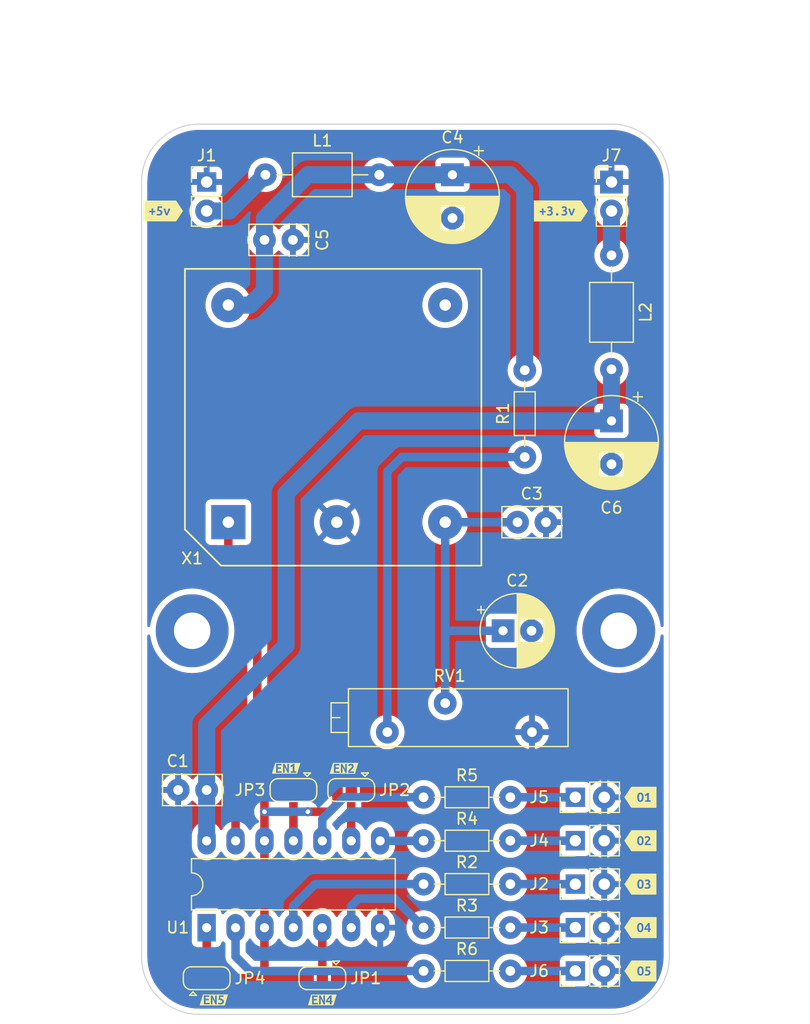
<source format=kicad_pcb>
(kicad_pcb (version 20211014) (generator pcbnew)

  (general
    (thickness 1.6)
  )

  (paper "A4")
  (title_block
    (comment 4 "AISLER Project ID: PDHMGPDU")
  )

  (layers
    (0 "F.Cu" signal)
    (31 "B.Cu" signal)
    (32 "B.Adhes" user "B.Adhesive")
    (33 "F.Adhes" user "F.Adhesive")
    (34 "B.Paste" user)
    (35 "F.Paste" user)
    (36 "B.SilkS" user "B.Silkscreen")
    (37 "F.SilkS" user "F.Silkscreen")
    (38 "B.Mask" user)
    (39 "F.Mask" user)
    (40 "Dwgs.User" user "User.Drawings")
    (41 "Cmts.User" user "User.Comments")
    (42 "Eco1.User" user "User.Eco1")
    (43 "Eco2.User" user "User.Eco2")
    (44 "Edge.Cuts" user)
    (45 "Margin" user)
    (46 "B.CrtYd" user "B.Courtyard")
    (47 "F.CrtYd" user "F.Courtyard")
    (48 "B.Fab" user)
    (49 "F.Fab" user)
    (50 "User.1" user)
    (51 "User.2" user)
    (52 "User.3" user)
    (53 "User.4" user)
    (54 "User.5" user)
    (55 "User.6" user)
    (56 "User.7" user)
    (57 "User.8" user)
    (58 "User.9" user)
  )

  (setup
    (stackup
      (layer "F.SilkS" (type "Top Silk Screen"))
      (layer "F.Paste" (type "Top Solder Paste"))
      (layer "F.Mask" (type "Top Solder Mask") (thickness 0.01))
      (layer "F.Cu" (type "copper") (thickness 0.035))
      (layer "dielectric 1" (type "core") (thickness 1.51) (material "FR4") (epsilon_r 4.5) (loss_tangent 0.02))
      (layer "B.Cu" (type "copper") (thickness 0.035))
      (layer "B.Mask" (type "Bottom Solder Mask") (thickness 0.01))
      (layer "B.Paste" (type "Bottom Solder Paste"))
      (layer "B.SilkS" (type "Bottom Silk Screen"))
      (copper_finish "None")
      (dielectric_constraints no)
    )
    (pad_to_mask_clearance 0)
    (pcbplotparams
      (layerselection 0x00010fc_ffffffff)
      (disableapertmacros false)
      (usegerberextensions false)
      (usegerberattributes true)
      (usegerberadvancedattributes true)
      (creategerberjobfile true)
      (svguseinch false)
      (svgprecision 6)
      (excludeedgelayer true)
      (plotframeref false)
      (viasonmask false)
      (mode 1)
      (useauxorigin false)
      (hpglpennumber 1)
      (hpglpenspeed 20)
      (hpglpendiameter 15.000000)
      (dxfpolygonmode true)
      (dxfimperialunits true)
      (dxfusepcbnewfont true)
      (psnegative false)
      (psa4output false)
      (plotreference true)
      (plotvalue true)
      (plotinvisibletext false)
      (sketchpadsonfab false)
      (subtractmaskfromsilk false)
      (outputformat 1)
      (mirror false)
      (drillshape 1)
      (scaleselection 1)
      (outputdirectory "")
    )
  )

  (net 0 "")
  (net 1 "+5V")
  (net 2 "GND")
  (net 3 "Net-(C2-Pad1)")
  (net 4 "Net-(J1-Pad2)")
  (net 5 "Net-(J2-Pad1)")
  (net 6 "Net-(J3-Pad1)")
  (net 7 "Net-(J4-Pad1)")
  (net 8 "Net-(J5-Pad1)")
  (net 9 "Net-(JP1-Pad2)")
  (net 10 "Net-(JP1-Pad3)")
  (net 11 "Net-(JP2-Pad2)")
  (net 12 "Net-(JP3-Pad2)")
  (net 13 "Net-(R1-Pad2)")
  (net 14 "Net-(R2-Pad1)")
  (net 15 "Net-(R3-Pad1)")
  (net 16 "Net-(R4-Pad1)")
  (net 17 "Net-(R5-Pad1)")
  (net 18 "+3V3")
  (net 19 "unconnected-(X1-Pad4)")
  (net 20 "Net-(J6-Pad1)")
  (net 21 "Net-(JP4-Pad2)")
  (net 22 "Net-(R6-Pad1)")
  (net 23 "Net-(J7-Pad2)")
  (net 24 "Net-(U1-Pad13)")

  (footprint "kibuzzard-62964395" (layer "F.Cu") (at 123.825 146.685))

  (footprint "Capacitor_THT:C_Disc_D5.0mm_W2.5mm_P2.50mm" (layer "F.Cu") (at 118.745 80.01))

  (footprint "Inductor_THT:L_Axial_L5.0mm_D3.6mm_P10.00mm_Horizontal_Murata_BL01RN1A2A2" (layer "F.Cu") (at 118.825 74.295))

  (footprint "Resistor_THT:R_Axial_DIN0204_L3.6mm_D1.6mm_P7.62mm_Horizontal" (layer "F.Cu") (at 132.72 128.905))

  (footprint "Resistor_THT:R_Axial_DIN0204_L3.6mm_D1.6mm_P7.62mm_Horizontal" (layer "F.Cu") (at 132.72 144.145))

  (footprint "Potentiometer_THT:Potentiometer_Bourns_3006P_Horizontal" (layer "F.Cu") (at 142.24 123.19))

  (footprint "Connector_PinHeader_2.54mm:PinHeader_1x02_P2.54mm_Vertical" (layer "F.Cu") (at 146.05 128.905 90))

  (footprint "Jumper:SolderJumper-3_P1.3mm_Open_RoundedPad1.0x1.5mm" (layer "F.Cu") (at 121.29 128.27 180))

  (footprint "kibuzzard-6296411A" (layer "F.Cu") (at 151.765 128.905))

  (footprint "kibuzzard-62964145" (layer "F.Cu") (at 151.765 144.145))

  (footprint "kibuzzard-62964377" (layer "F.Cu") (at 120.65 126.365))

  (footprint "Connector_PinHeader_2.54mm:PinHeader_1x02_P2.54mm_Vertical" (layer "F.Cu") (at 113.665 74.93))

  (footprint "Jumper:SolderJumper-3_P1.3mm_Open_RoundedPad1.0x1.5mm" (layer "F.Cu") (at 126.37 128.27 180))

  (footprint "Jumper:SolderJumper-3_P1.3mm_Open_RoundedPad1.0x1.5mm" (layer "F.Cu") (at 113.67 144.78))

  (footprint "Resistor_THT:R_Axial_DIN0204_L3.6mm_D1.6mm_P7.62mm_Horizontal" (layer "F.Cu") (at 132.72 140.335))

  (footprint "kibuzzard-6296413B" (layer "F.Cu") (at 151.765 140.335))

  (footprint "Capacitor_THT:C_Disc_D5.0mm_W2.5mm_P2.50mm" (layer "F.Cu") (at 140.97 104.775))

  (footprint "Connector_PinHeader_2.54mm:PinHeader_1x02_P2.54mm_Vertical" (layer "F.Cu") (at 146.05 136.525 90))

  (footprint "Connector_PinHeader_2.54mm:PinHeader_1x02_P2.54mm_Vertical" (layer "F.Cu") (at 146.045 132.715 90))

  (footprint "ocxo:ocxo" (layer "F.Cu") (at 125.095 95.25 180))

  (footprint "Capacitor_THT:CP_Radial_D6.3mm_P2.50mm" (layer "F.Cu") (at 139.7 114.3))

  (footprint "kibuzzard-62963F29" (layer "F.Cu") (at 144.78 77.47))

  (footprint "kibuzzard-629643A1" (layer "F.Cu") (at 125.73 126.365))

  (footprint "kibuzzard-62963F04" (layer "F.Cu") (at 109.855 77.47))

  (footprint "Connector_PinHeader_2.54mm:PinHeader_1x02_P2.54mm_Vertical" (layer "F.Cu") (at 149.225 74.93))

  (footprint "Capacitor_THT:C_Disc_D5.0mm_W2.5mm_P2.50mm" (layer "F.Cu") (at 113.665 128.27 180))

  (footprint "kibuzzard-62964125" (layer "F.Cu") (at 151.765 132.715))

  (footprint "kibuzzard-6296412D" (layer "F.Cu") (at 151.765 136.525))

  (footprint "MountingHole:MountingHole_3.2mm_M3_Pad" (layer "F.Cu") (at 149.86 114.3))

  (footprint "kibuzzard-62964336" (layer "F.Cu") (at 114.3 146.685))

  (footprint "Resistor_THT:R_Axial_DIN0204_L3.6mm_D1.6mm_P7.62mm_Horizontal" (layer "F.Cu") (at 132.72 132.715))

  (footprint "Capacitor_THT:CP_Radial_D8.0mm_P3.80mm" (layer "F.Cu") (at 135.255 74.295 -90))

  (footprint "Capacitor_THT:CP_Radial_D8.0mm_P3.80mm" (layer "F.Cu") (at 149.225 95.885 -90))

  (footprint "Resistor_THT:R_Axial_DIN0204_L3.6mm_D1.6mm_P7.62mm_Horizontal" (layer "F.Cu") (at 132.72 136.525))

  (footprint "Jumper:SolderJumper-3_P1.3mm_Open_RoundedPad1.0x1.5mm" (layer "F.Cu") (at 123.83 144.78 180))

  (footprint "Resistor_THT:R_Axial_DIN0204_L3.6mm_D1.6mm_P7.62mm_Horizontal" (layer "F.Cu") (at 141.605 91.44 -90))

  (footprint "Connector_PinHeader_2.54mm:PinHeader_1x02_P2.54mm_Vertical" (layer "F.Cu") (at 146.05 140.335 90))

  (footprint "Package_DIP:DIP-14_W7.62mm_LongPads" (layer "F.Cu") (at 113.665 140.35 90))

  (footprint "Inductor_THT:L_Axial_L5.0mm_D3.6mm_P10.00mm_Horizontal_Murata_BL01RN1A2A2" (layer "F.Cu") (at 149.225 81.36 -90))

  (footprint "Connector_PinHeader_2.54mm:PinHeader_1x02_P2.54mm_Vertical" (layer "F.Cu")
    (tedit 59FED5CC) (tstamp f2edfda4-4a34-4580-8d8d-8d9622e1831e)
    (at 146.05 
... [448188 chars truncated]
</source>
